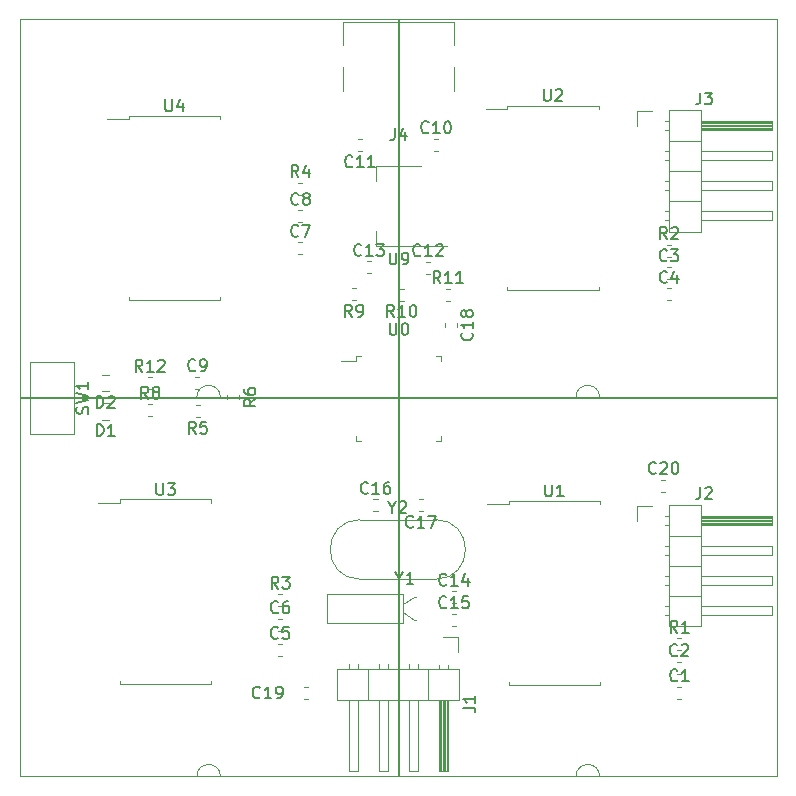
<source format=gbr>
G04 #@! TF.GenerationSoftware,KiCad,Pcbnew,5.1.5+dfsg1-2build2*
G04 #@! TF.CreationDate,2021-09-03T17:34:20+08:00*
G04 #@! TF.ProjectId,lattice_screen,6c617474-6963-4655-9f73-637265656e2e,rev?*
G04 #@! TF.SameCoordinates,Original*
G04 #@! TF.FileFunction,Legend,Top*
G04 #@! TF.FilePolarity,Positive*
%FSLAX46Y46*%
G04 Gerber Fmt 4.6, Leading zero omitted, Abs format (unit mm)*
G04 Created by KiCad (PCBNEW 5.1.5+dfsg1-2build2) date 2021-09-03 17:34:20*
%MOMM*%
%LPD*%
G04 APERTURE LIST*
%ADD10C,0.120000*%
%ADD11C,0.150000*%
G04 APERTURE END LIST*
D10*
X151100000Y-128100000D02*
G75*
G02X153100000Y-128100000I1000000J0D01*
G01*
X136100000Y-128100000D02*
X136100000Y-96100000D01*
X168100000Y-128100000D02*
X136100000Y-128100000D01*
X168100000Y-96100000D02*
X168100000Y-128100000D01*
X136100000Y-96100000D02*
X168100000Y-96100000D01*
X119000000Y-128100000D02*
G75*
G02X121000000Y-128100000I1000000J0D01*
G01*
X104000000Y-128100000D02*
X104000000Y-96100000D01*
X136000000Y-128100000D02*
X104000000Y-128100000D01*
X136000000Y-96100000D02*
X136000000Y-128100000D01*
X104000000Y-96100000D02*
X136000000Y-96100000D01*
X151100000Y-96000000D02*
G75*
G02X153100000Y-96000000I1000000J0D01*
G01*
X136100000Y-96000000D02*
X136100000Y-64000000D01*
X168100000Y-96000000D02*
X136100000Y-96000000D01*
X168100000Y-64000000D02*
X168100000Y-96000000D01*
X136100000Y-64000000D02*
X168100000Y-64000000D01*
X119000000Y-96000000D02*
G75*
G02X121000000Y-96000000I1000000J0D01*
G01*
X104000000Y-96000000D02*
X104000000Y-64000000D01*
X136000000Y-96000000D02*
X104000000Y-96000000D01*
X136000000Y-64000000D02*
X136000000Y-96000000D01*
X104000000Y-64000000D02*
X136000000Y-64000000D01*
X156286200Y-71755000D02*
X157556200Y-71755000D01*
X156286200Y-73025000D02*
X156286200Y-71755000D01*
X158599129Y-81025000D02*
X158996200Y-81025000D01*
X158599129Y-80265000D02*
X158996200Y-80265000D01*
X167656200Y-81025000D02*
X161656200Y-81025000D01*
X167656200Y-80265000D02*
X167656200Y-81025000D01*
X161656200Y-80265000D02*
X167656200Y-80265000D01*
X158996200Y-79375000D02*
X161656200Y-79375000D01*
X158599129Y-78485000D02*
X158996200Y-78485000D01*
X158599129Y-77725000D02*
X158996200Y-77725000D01*
X167656200Y-78485000D02*
X161656200Y-78485000D01*
X167656200Y-77725000D02*
X167656200Y-78485000D01*
X161656200Y-77725000D02*
X167656200Y-77725000D01*
X158996200Y-76835000D02*
X161656200Y-76835000D01*
X158599129Y-75945000D02*
X158996200Y-75945000D01*
X158599129Y-75185000D02*
X158996200Y-75185000D01*
X167656200Y-75945000D02*
X161656200Y-75945000D01*
X167656200Y-75185000D02*
X167656200Y-75945000D01*
X161656200Y-75185000D02*
X167656200Y-75185000D01*
X158996200Y-74295000D02*
X161656200Y-74295000D01*
X158666200Y-73405000D02*
X158996200Y-73405000D01*
X158666200Y-72645000D02*
X158996200Y-72645000D01*
X161656200Y-73305000D02*
X167656200Y-73305000D01*
X161656200Y-73185000D02*
X167656200Y-73185000D01*
X161656200Y-73065000D02*
X167656200Y-73065000D01*
X161656200Y-72945000D02*
X167656200Y-72945000D01*
X161656200Y-72825000D02*
X167656200Y-72825000D01*
X161656200Y-72705000D02*
X167656200Y-72705000D01*
X167656200Y-73405000D02*
X161656200Y-73405000D01*
X167656200Y-72645000D02*
X167656200Y-73405000D01*
X161656200Y-72645000D02*
X167656200Y-72645000D01*
X161656200Y-71695000D02*
X158996200Y-71695000D01*
X161656200Y-81975000D02*
X161656200Y-71695000D01*
X158996200Y-81975000D02*
X161656200Y-81975000D01*
X158996200Y-71695000D02*
X158996200Y-81975000D01*
X159682333Y-121541000D02*
X160024867Y-121541000D01*
X159682333Y-120521000D02*
X160024867Y-120521000D01*
X159659533Y-119407400D02*
X160002067Y-119407400D01*
X159659533Y-118387400D02*
X160002067Y-118387400D01*
X158795933Y-84961000D02*
X159138467Y-84961000D01*
X158795933Y-85981000D02*
X159138467Y-85981000D01*
X158795933Y-87809800D02*
X159138467Y-87809800D01*
X158795933Y-86789800D02*
X159138467Y-86789800D01*
X125852133Y-116914200D02*
X126194667Y-116914200D01*
X125852133Y-117934200D02*
X126194667Y-117934200D01*
X125877533Y-115775200D02*
X126220067Y-115775200D01*
X125877533Y-114755200D02*
X126220067Y-114755200D01*
X127602133Y-83898200D02*
X127944667Y-83898200D01*
X127602133Y-82878200D02*
X127944667Y-82878200D01*
X127602133Y-80185800D02*
X127944667Y-80185800D01*
X127602133Y-81205800D02*
X127944667Y-81205800D01*
X118867133Y-94257400D02*
X119209667Y-94257400D01*
X118867133Y-95277400D02*
X119209667Y-95277400D01*
X139085533Y-75135200D02*
X139428067Y-75135200D01*
X139085533Y-74115200D02*
X139428067Y-74115200D01*
X132973867Y-75160600D02*
X132631333Y-75160600D01*
X132973867Y-74140600D02*
X132631333Y-74140600D01*
X138399733Y-85549200D02*
X138742267Y-85549200D01*
X138399733Y-84529200D02*
X138742267Y-84529200D01*
X133395933Y-84503800D02*
X133738467Y-84503800D01*
X133395933Y-85523800D02*
X133738467Y-85523800D01*
X140606933Y-112418400D02*
X140949467Y-112418400D01*
X140606933Y-113438400D02*
X140949467Y-113438400D01*
X140606933Y-114323400D02*
X140949467Y-114323400D01*
X140606933Y-115343400D02*
X140949467Y-115343400D01*
X133954733Y-104646000D02*
X134297267Y-104646000D01*
X133954733Y-105666000D02*
X134297267Y-105666000D01*
X138132667Y-105666000D02*
X137790133Y-105666000D01*
X138132667Y-104646000D02*
X137790133Y-104646000D01*
X140997400Y-89733333D02*
X140997400Y-90075867D01*
X139977400Y-89733333D02*
X139977400Y-90075867D01*
X128429867Y-120546400D02*
X128087333Y-120546400D01*
X128429867Y-121566400D02*
X128087333Y-121566400D01*
X158336133Y-103989600D02*
X158678667Y-103989600D01*
X158336133Y-102969600D02*
X158678667Y-102969600D01*
X111529652Y-97890400D02*
X111007148Y-97890400D01*
X111529652Y-96470400D02*
X111007148Y-96470400D01*
X111522252Y-94082800D02*
X110999748Y-94082800D01*
X111522252Y-95502800D02*
X110999748Y-95502800D01*
X141182400Y-119016600D02*
X130902400Y-119016600D01*
X130902400Y-119016600D02*
X130902400Y-121676600D01*
X130902400Y-121676600D02*
X141182400Y-121676600D01*
X141182400Y-121676600D02*
X141182400Y-119016600D01*
X140232400Y-121676600D02*
X140232400Y-127676600D01*
X140232400Y-127676600D02*
X139472400Y-127676600D01*
X139472400Y-127676600D02*
X139472400Y-121676600D01*
X140172400Y-121676600D02*
X140172400Y-127676600D01*
X140052400Y-121676600D02*
X140052400Y-127676600D01*
X139932400Y-121676600D02*
X139932400Y-127676600D01*
X139812400Y-121676600D02*
X139812400Y-127676600D01*
X139692400Y-121676600D02*
X139692400Y-127676600D01*
X139572400Y-121676600D02*
X139572400Y-127676600D01*
X140232400Y-118686600D02*
X140232400Y-119016600D01*
X139472400Y-118686600D02*
X139472400Y-119016600D01*
X138582400Y-119016600D02*
X138582400Y-121676600D01*
X137692400Y-121676600D02*
X137692400Y-127676600D01*
X137692400Y-127676600D02*
X136932400Y-127676600D01*
X136932400Y-127676600D02*
X136932400Y-121676600D01*
X137692400Y-118619529D02*
X137692400Y-119016600D01*
X136932400Y-118619529D02*
X136932400Y-119016600D01*
X136042400Y-119016600D02*
X136042400Y-121676600D01*
X135152400Y-121676600D02*
X135152400Y-127676600D01*
X135152400Y-127676600D02*
X134392400Y-127676600D01*
X134392400Y-127676600D02*
X134392400Y-121676600D01*
X135152400Y-118619529D02*
X135152400Y-119016600D01*
X134392400Y-118619529D02*
X134392400Y-119016600D01*
X133502400Y-119016600D02*
X133502400Y-121676600D01*
X132612400Y-121676600D02*
X132612400Y-127676600D01*
X132612400Y-127676600D02*
X131852400Y-127676600D01*
X131852400Y-127676600D02*
X131852400Y-121676600D01*
X132612400Y-118619529D02*
X132612400Y-119016600D01*
X131852400Y-118619529D02*
X131852400Y-119016600D01*
X139852400Y-116306600D02*
X141122400Y-116306600D01*
X141122400Y-116306600D02*
X141122400Y-117576600D01*
X158996200Y-105121400D02*
X158996200Y-115401400D01*
X158996200Y-115401400D02*
X161656200Y-115401400D01*
X161656200Y-115401400D02*
X161656200Y-105121400D01*
X161656200Y-105121400D02*
X158996200Y-105121400D01*
X161656200Y-106071400D02*
X167656200Y-106071400D01*
X167656200Y-106071400D02*
X167656200Y-106831400D01*
X167656200Y-106831400D02*
X161656200Y-106831400D01*
X161656200Y-106131400D02*
X167656200Y-106131400D01*
X161656200Y-106251400D02*
X167656200Y-106251400D01*
X161656200Y-106371400D02*
X167656200Y-106371400D01*
X161656200Y-106491400D02*
X167656200Y-106491400D01*
X161656200Y-106611400D02*
X167656200Y-106611400D01*
X161656200Y-106731400D02*
X167656200Y-106731400D01*
X158666200Y-106071400D02*
X158996200Y-106071400D01*
X158666200Y-106831400D02*
X158996200Y-106831400D01*
X158996200Y-107721400D02*
X161656200Y-107721400D01*
X161656200Y-108611400D02*
X167656200Y-108611400D01*
X167656200Y-108611400D02*
X167656200Y-109371400D01*
X167656200Y-109371400D02*
X161656200Y-109371400D01*
X158599129Y-108611400D02*
X158996200Y-108611400D01*
X158599129Y-109371400D02*
X158996200Y-109371400D01*
X158996200Y-110261400D02*
X161656200Y-110261400D01*
X161656200Y-111151400D02*
X167656200Y-111151400D01*
X167656200Y-111151400D02*
X167656200Y-111911400D01*
X167656200Y-111911400D02*
X161656200Y-111911400D01*
X158599129Y-111151400D02*
X158996200Y-111151400D01*
X158599129Y-111911400D02*
X158996200Y-111911400D01*
X158996200Y-112801400D02*
X161656200Y-112801400D01*
X161656200Y-113691400D02*
X167656200Y-113691400D01*
X167656200Y-113691400D02*
X167656200Y-114451400D01*
X167656200Y-114451400D02*
X161656200Y-114451400D01*
X158599129Y-113691400D02*
X158996200Y-113691400D01*
X158599129Y-114451400D02*
X158996200Y-114451400D01*
X156286200Y-106451400D02*
X156286200Y-105181400D01*
X156286200Y-105181400D02*
X157556200Y-105181400D01*
X140793200Y-66148200D02*
X140793200Y-64248200D01*
X140793200Y-70048200D02*
X140793200Y-68048200D01*
X131393200Y-66148200D02*
X131393200Y-64248200D01*
X131393200Y-70048200D02*
X131393200Y-68048200D01*
X140793200Y-64248200D02*
X131393200Y-64248200D01*
X159682333Y-117426200D02*
X160024867Y-117426200D01*
X159682333Y-116406200D02*
X160024867Y-116406200D01*
X158795933Y-84101400D02*
X159138467Y-84101400D01*
X158795933Y-83081400D02*
X159138467Y-83081400D01*
X125902933Y-113692400D02*
X126245467Y-113692400D01*
X125902933Y-112672400D02*
X126245467Y-112672400D01*
X127602133Y-77823600D02*
X127944667Y-77823600D01*
X127602133Y-78843600D02*
X127944667Y-78843600D01*
X119246467Y-96695800D02*
X118903933Y-96695800D01*
X119246467Y-97715800D02*
X118903933Y-97715800D01*
X122582400Y-95826733D02*
X122582400Y-96169267D01*
X121562400Y-95826733D02*
X121562400Y-96169267D01*
X114876733Y-96594200D02*
X115219267Y-96594200D01*
X114876733Y-97614200D02*
X115219267Y-97614200D01*
X132468467Y-87809800D02*
X132125933Y-87809800D01*
X132468467Y-86789800D02*
X132125933Y-86789800D01*
X136504467Y-86815200D02*
X136161933Y-86815200D01*
X136504467Y-87835200D02*
X136161933Y-87835200D01*
X140098933Y-87835200D02*
X140441467Y-87835200D01*
X140098933Y-86815200D02*
X140441467Y-86815200D01*
X114851333Y-94308200D02*
X115193867Y-94308200D01*
X114851333Y-95328200D02*
X115193867Y-95328200D01*
X104906200Y-93002800D02*
X108606200Y-93002800D01*
X104906200Y-99122800D02*
X104906200Y-93002800D01*
X108606200Y-99122800D02*
X104906200Y-99122800D01*
X108606200Y-93002800D02*
X108606200Y-99122800D01*
X139253200Y-99723600D02*
X139703200Y-99723600D01*
X139703200Y-99723600D02*
X139703200Y-99273600D01*
X132933200Y-99723600D02*
X132483200Y-99723600D01*
X132483200Y-99723600D02*
X132483200Y-99273600D01*
X139253200Y-92503600D02*
X139703200Y-92503600D01*
X139703200Y-92503600D02*
X139703200Y-92953600D01*
X132933200Y-92503600D02*
X132483200Y-92503600D01*
X132483200Y-92503600D02*
X132483200Y-92953600D01*
X132483200Y-92953600D02*
X131193200Y-92953600D01*
X149250400Y-120408200D02*
X153110400Y-120408200D01*
X153110400Y-120408200D02*
X153110400Y-120143200D01*
X149250400Y-120408200D02*
X145390400Y-120408200D01*
X145390400Y-120408200D02*
X145390400Y-120143200D01*
X149250400Y-104788200D02*
X153110400Y-104788200D01*
X153110400Y-104788200D02*
X153110400Y-105053200D01*
X149250400Y-104788200D02*
X145390400Y-104788200D01*
X145390400Y-104788200D02*
X145390400Y-105053200D01*
X145390400Y-105053200D02*
X143575400Y-105053200D01*
X145288800Y-71576000D02*
X143473800Y-71576000D01*
X145288800Y-71311000D02*
X145288800Y-71576000D01*
X149148800Y-71311000D02*
X145288800Y-71311000D01*
X153008800Y-71311000D02*
X153008800Y-71576000D01*
X149148800Y-71311000D02*
X153008800Y-71311000D01*
X145288800Y-86931000D02*
X145288800Y-86666000D01*
X149148800Y-86931000D02*
X145288800Y-86931000D01*
X153008800Y-86931000D02*
X153008800Y-86666000D01*
X149148800Y-86931000D02*
X153008800Y-86931000D01*
X112472000Y-104926200D02*
X110657000Y-104926200D01*
X112472000Y-104661200D02*
X112472000Y-104926200D01*
X116332000Y-104661200D02*
X112472000Y-104661200D01*
X120192000Y-104661200D02*
X120192000Y-104926200D01*
X116332000Y-104661200D02*
X120192000Y-104661200D01*
X112472000Y-120281200D02*
X112472000Y-120016200D01*
X116332000Y-120281200D02*
X112472000Y-120281200D01*
X120192000Y-120281200D02*
X120192000Y-120016200D01*
X116332000Y-120281200D02*
X120192000Y-120281200D01*
X117094000Y-87794600D02*
X120954000Y-87794600D01*
X120954000Y-87794600D02*
X120954000Y-87529600D01*
X117094000Y-87794600D02*
X113234000Y-87794600D01*
X113234000Y-87794600D02*
X113234000Y-87529600D01*
X117094000Y-72174600D02*
X120954000Y-72174600D01*
X120954000Y-72174600D02*
X120954000Y-72439600D01*
X117094000Y-72174600D02*
X113234000Y-72174600D01*
X113234000Y-72174600D02*
X113234000Y-72439600D01*
X113234000Y-72439600D02*
X111419000Y-72439600D01*
X134183200Y-76396800D02*
X134183200Y-77656800D01*
X134183200Y-83216800D02*
X134183200Y-81956800D01*
X137943200Y-76396800D02*
X134183200Y-76396800D01*
X140193200Y-83216800D02*
X134183200Y-83216800D01*
X136452200Y-112678400D02*
X130052200Y-112678400D01*
X130052200Y-112678400D02*
X130052200Y-115078400D01*
X130052200Y-115078400D02*
X136452200Y-115078400D01*
X136452200Y-115078400D02*
X136452200Y-112678400D01*
X136452200Y-113528400D02*
X137352200Y-112928400D01*
X137352200Y-112928400D02*
X137552200Y-112928400D01*
X136452200Y-114228400D02*
X137352200Y-114828400D01*
X137352200Y-114828400D02*
X137552200Y-114828400D01*
X132818600Y-106364800D02*
X139218600Y-106364800D01*
X132818600Y-111414800D02*
X139218600Y-111414800D01*
X132818600Y-111414800D02*
G75*
G02X132818600Y-106364800I0J2525000D01*
G01*
X139218600Y-111414800D02*
G75*
G03X139218600Y-106364800I0J2525000D01*
G01*
D11*
X161607866Y-70207380D02*
X161607866Y-70921666D01*
X161560247Y-71064523D01*
X161465009Y-71159761D01*
X161322152Y-71207380D01*
X161226914Y-71207380D01*
X161988819Y-70207380D02*
X162607866Y-70207380D01*
X162274533Y-70588333D01*
X162417390Y-70588333D01*
X162512628Y-70635952D01*
X162560247Y-70683571D01*
X162607866Y-70778809D01*
X162607866Y-71016904D01*
X162560247Y-71112142D01*
X162512628Y-71159761D01*
X162417390Y-71207380D01*
X162131676Y-71207380D01*
X162036438Y-71159761D01*
X161988819Y-71112142D01*
X159686933Y-119958142D02*
X159639314Y-120005761D01*
X159496457Y-120053380D01*
X159401219Y-120053380D01*
X159258361Y-120005761D01*
X159163123Y-119910523D01*
X159115504Y-119815285D01*
X159067885Y-119624809D01*
X159067885Y-119481952D01*
X159115504Y-119291476D01*
X159163123Y-119196238D01*
X159258361Y-119101000D01*
X159401219Y-119053380D01*
X159496457Y-119053380D01*
X159639314Y-119101000D01*
X159686933Y-119148619D01*
X160639314Y-120053380D02*
X160067885Y-120053380D01*
X160353600Y-120053380D02*
X160353600Y-119053380D01*
X160258361Y-119196238D01*
X160163123Y-119291476D01*
X160067885Y-119339095D01*
X159664133Y-117824542D02*
X159616514Y-117872161D01*
X159473657Y-117919780D01*
X159378419Y-117919780D01*
X159235561Y-117872161D01*
X159140323Y-117776923D01*
X159092704Y-117681685D01*
X159045085Y-117491209D01*
X159045085Y-117348352D01*
X159092704Y-117157876D01*
X159140323Y-117062638D01*
X159235561Y-116967400D01*
X159378419Y-116919780D01*
X159473657Y-116919780D01*
X159616514Y-116967400D01*
X159664133Y-117015019D01*
X160045085Y-117015019D02*
X160092704Y-116967400D01*
X160187942Y-116919780D01*
X160426038Y-116919780D01*
X160521276Y-116967400D01*
X160568895Y-117015019D01*
X160616514Y-117110257D01*
X160616514Y-117205495D01*
X160568895Y-117348352D01*
X159997466Y-117919780D01*
X160616514Y-117919780D01*
X158800533Y-84398142D02*
X158752914Y-84445761D01*
X158610057Y-84493380D01*
X158514819Y-84493380D01*
X158371961Y-84445761D01*
X158276723Y-84350523D01*
X158229104Y-84255285D01*
X158181485Y-84064809D01*
X158181485Y-83921952D01*
X158229104Y-83731476D01*
X158276723Y-83636238D01*
X158371961Y-83541000D01*
X158514819Y-83493380D01*
X158610057Y-83493380D01*
X158752914Y-83541000D01*
X158800533Y-83588619D01*
X159133866Y-83493380D02*
X159752914Y-83493380D01*
X159419580Y-83874333D01*
X159562438Y-83874333D01*
X159657676Y-83921952D01*
X159705295Y-83969571D01*
X159752914Y-84064809D01*
X159752914Y-84302904D01*
X159705295Y-84398142D01*
X159657676Y-84445761D01*
X159562438Y-84493380D01*
X159276723Y-84493380D01*
X159181485Y-84445761D01*
X159133866Y-84398142D01*
X158800533Y-86226942D02*
X158752914Y-86274561D01*
X158610057Y-86322180D01*
X158514819Y-86322180D01*
X158371961Y-86274561D01*
X158276723Y-86179323D01*
X158229104Y-86084085D01*
X158181485Y-85893609D01*
X158181485Y-85750752D01*
X158229104Y-85560276D01*
X158276723Y-85465038D01*
X158371961Y-85369800D01*
X158514819Y-85322180D01*
X158610057Y-85322180D01*
X158752914Y-85369800D01*
X158800533Y-85417419D01*
X159657676Y-85655514D02*
X159657676Y-86322180D01*
X159419580Y-85274561D02*
X159181485Y-85988847D01*
X159800533Y-85988847D01*
X125856733Y-116351342D02*
X125809114Y-116398961D01*
X125666257Y-116446580D01*
X125571019Y-116446580D01*
X125428161Y-116398961D01*
X125332923Y-116303723D01*
X125285304Y-116208485D01*
X125237685Y-116018009D01*
X125237685Y-115875152D01*
X125285304Y-115684676D01*
X125332923Y-115589438D01*
X125428161Y-115494200D01*
X125571019Y-115446580D01*
X125666257Y-115446580D01*
X125809114Y-115494200D01*
X125856733Y-115541819D01*
X126761495Y-115446580D02*
X126285304Y-115446580D01*
X126237685Y-115922771D01*
X126285304Y-115875152D01*
X126380542Y-115827533D01*
X126618638Y-115827533D01*
X126713876Y-115875152D01*
X126761495Y-115922771D01*
X126809114Y-116018009D01*
X126809114Y-116256104D01*
X126761495Y-116351342D01*
X126713876Y-116398961D01*
X126618638Y-116446580D01*
X126380542Y-116446580D01*
X126285304Y-116398961D01*
X126237685Y-116351342D01*
X125882133Y-114192342D02*
X125834514Y-114239961D01*
X125691657Y-114287580D01*
X125596419Y-114287580D01*
X125453561Y-114239961D01*
X125358323Y-114144723D01*
X125310704Y-114049485D01*
X125263085Y-113859009D01*
X125263085Y-113716152D01*
X125310704Y-113525676D01*
X125358323Y-113430438D01*
X125453561Y-113335200D01*
X125596419Y-113287580D01*
X125691657Y-113287580D01*
X125834514Y-113335200D01*
X125882133Y-113382819D01*
X126739276Y-113287580D02*
X126548800Y-113287580D01*
X126453561Y-113335200D01*
X126405942Y-113382819D01*
X126310704Y-113525676D01*
X126263085Y-113716152D01*
X126263085Y-114097104D01*
X126310704Y-114192342D01*
X126358323Y-114239961D01*
X126453561Y-114287580D01*
X126644038Y-114287580D01*
X126739276Y-114239961D01*
X126786895Y-114192342D01*
X126834514Y-114097104D01*
X126834514Y-113859009D01*
X126786895Y-113763771D01*
X126739276Y-113716152D01*
X126644038Y-113668533D01*
X126453561Y-113668533D01*
X126358323Y-113716152D01*
X126310704Y-113763771D01*
X126263085Y-113859009D01*
X127606733Y-82315342D02*
X127559114Y-82362961D01*
X127416257Y-82410580D01*
X127321019Y-82410580D01*
X127178161Y-82362961D01*
X127082923Y-82267723D01*
X127035304Y-82172485D01*
X126987685Y-81982009D01*
X126987685Y-81839152D01*
X127035304Y-81648676D01*
X127082923Y-81553438D01*
X127178161Y-81458200D01*
X127321019Y-81410580D01*
X127416257Y-81410580D01*
X127559114Y-81458200D01*
X127606733Y-81505819D01*
X127940066Y-81410580D02*
X128606733Y-81410580D01*
X128178161Y-82410580D01*
X127606733Y-79622942D02*
X127559114Y-79670561D01*
X127416257Y-79718180D01*
X127321019Y-79718180D01*
X127178161Y-79670561D01*
X127082923Y-79575323D01*
X127035304Y-79480085D01*
X126987685Y-79289609D01*
X126987685Y-79146752D01*
X127035304Y-78956276D01*
X127082923Y-78861038D01*
X127178161Y-78765800D01*
X127321019Y-78718180D01*
X127416257Y-78718180D01*
X127559114Y-78765800D01*
X127606733Y-78813419D01*
X128178161Y-79146752D02*
X128082923Y-79099133D01*
X128035304Y-79051514D01*
X127987685Y-78956276D01*
X127987685Y-78908657D01*
X128035304Y-78813419D01*
X128082923Y-78765800D01*
X128178161Y-78718180D01*
X128368638Y-78718180D01*
X128463876Y-78765800D01*
X128511495Y-78813419D01*
X128559114Y-78908657D01*
X128559114Y-78956276D01*
X128511495Y-79051514D01*
X128463876Y-79099133D01*
X128368638Y-79146752D01*
X128178161Y-79146752D01*
X128082923Y-79194371D01*
X128035304Y-79241990D01*
X127987685Y-79337228D01*
X127987685Y-79527704D01*
X128035304Y-79622942D01*
X128082923Y-79670561D01*
X128178161Y-79718180D01*
X128368638Y-79718180D01*
X128463876Y-79670561D01*
X128511495Y-79622942D01*
X128559114Y-79527704D01*
X128559114Y-79337228D01*
X128511495Y-79241990D01*
X128463876Y-79194371D01*
X128368638Y-79146752D01*
X118871733Y-93694542D02*
X118824114Y-93742161D01*
X118681257Y-93789780D01*
X118586019Y-93789780D01*
X118443161Y-93742161D01*
X118347923Y-93646923D01*
X118300304Y-93551685D01*
X118252685Y-93361209D01*
X118252685Y-93218352D01*
X118300304Y-93027876D01*
X118347923Y-92932638D01*
X118443161Y-92837400D01*
X118586019Y-92789780D01*
X118681257Y-92789780D01*
X118824114Y-92837400D01*
X118871733Y-92885019D01*
X119347923Y-93789780D02*
X119538400Y-93789780D01*
X119633638Y-93742161D01*
X119681257Y-93694542D01*
X119776495Y-93551685D01*
X119824114Y-93361209D01*
X119824114Y-92980257D01*
X119776495Y-92885019D01*
X119728876Y-92837400D01*
X119633638Y-92789780D01*
X119443161Y-92789780D01*
X119347923Y-92837400D01*
X119300304Y-92885019D01*
X119252685Y-92980257D01*
X119252685Y-93218352D01*
X119300304Y-93313590D01*
X119347923Y-93361209D01*
X119443161Y-93408828D01*
X119633638Y-93408828D01*
X119728876Y-93361209D01*
X119776495Y-93313590D01*
X119824114Y-93218352D01*
X138613942Y-73552342D02*
X138566323Y-73599961D01*
X138423466Y-73647580D01*
X138328228Y-73647580D01*
X138185371Y-73599961D01*
X138090133Y-73504723D01*
X138042514Y-73409485D01*
X137994895Y-73219009D01*
X137994895Y-73076152D01*
X138042514Y-72885676D01*
X138090133Y-72790438D01*
X138185371Y-72695200D01*
X138328228Y-72647580D01*
X138423466Y-72647580D01*
X138566323Y-72695200D01*
X138613942Y-72742819D01*
X139566323Y-73647580D02*
X138994895Y-73647580D01*
X139280609Y-73647580D02*
X139280609Y-72647580D01*
X139185371Y-72790438D01*
X139090133Y-72885676D01*
X138994895Y-72933295D01*
X140185371Y-72647580D02*
X140280609Y-72647580D01*
X140375847Y-72695200D01*
X140423466Y-72742819D01*
X140471085Y-72838057D01*
X140518704Y-73028533D01*
X140518704Y-73266628D01*
X140471085Y-73457104D01*
X140423466Y-73552342D01*
X140375847Y-73599961D01*
X140280609Y-73647580D01*
X140185371Y-73647580D01*
X140090133Y-73599961D01*
X140042514Y-73552342D01*
X139994895Y-73457104D01*
X139947276Y-73266628D01*
X139947276Y-73028533D01*
X139994895Y-72838057D01*
X140042514Y-72742819D01*
X140090133Y-72695200D01*
X140185371Y-72647580D01*
X132159742Y-76437742D02*
X132112123Y-76485361D01*
X131969266Y-76532980D01*
X131874028Y-76532980D01*
X131731171Y-76485361D01*
X131635933Y-76390123D01*
X131588314Y-76294885D01*
X131540695Y-76104409D01*
X131540695Y-75961552D01*
X131588314Y-75771076D01*
X131635933Y-75675838D01*
X131731171Y-75580600D01*
X131874028Y-75532980D01*
X131969266Y-75532980D01*
X132112123Y-75580600D01*
X132159742Y-75628219D01*
X133112123Y-76532980D02*
X132540695Y-76532980D01*
X132826409Y-76532980D02*
X132826409Y-75532980D01*
X132731171Y-75675838D01*
X132635933Y-75771076D01*
X132540695Y-75818695D01*
X134064504Y-76532980D02*
X133493076Y-76532980D01*
X133778790Y-76532980D02*
X133778790Y-75532980D01*
X133683552Y-75675838D01*
X133588314Y-75771076D01*
X133493076Y-75818695D01*
X137928142Y-83966342D02*
X137880523Y-84013961D01*
X137737666Y-84061580D01*
X137642428Y-84061580D01*
X137499571Y-84013961D01*
X137404333Y-83918723D01*
X137356714Y-83823485D01*
X137309095Y-83633009D01*
X137309095Y-83490152D01*
X137356714Y-83299676D01*
X137404333Y-83204438D01*
X137499571Y-83109200D01*
X137642428Y-83061580D01*
X137737666Y-83061580D01*
X137880523Y-83109200D01*
X137928142Y-83156819D01*
X138880523Y-84061580D02*
X138309095Y-84061580D01*
X138594809Y-84061580D02*
X138594809Y-83061580D01*
X138499571Y-83204438D01*
X138404333Y-83299676D01*
X138309095Y-83347295D01*
X139261476Y-83156819D02*
X139309095Y-83109200D01*
X139404333Y-83061580D01*
X139642428Y-83061580D01*
X139737666Y-83109200D01*
X139785285Y-83156819D01*
X139832904Y-83252057D01*
X139832904Y-83347295D01*
X139785285Y-83490152D01*
X139213857Y-84061580D01*
X139832904Y-84061580D01*
X132924342Y-83940942D02*
X132876723Y-83988561D01*
X132733866Y-84036180D01*
X132638628Y-84036180D01*
X132495771Y-83988561D01*
X132400533Y-83893323D01*
X132352914Y-83798085D01*
X132305295Y-83607609D01*
X132305295Y-83464752D01*
X132352914Y-83274276D01*
X132400533Y-83179038D01*
X132495771Y-83083800D01*
X132638628Y-83036180D01*
X132733866Y-83036180D01*
X132876723Y-83083800D01*
X132924342Y-83131419D01*
X133876723Y-84036180D02*
X133305295Y-84036180D01*
X133591009Y-84036180D02*
X133591009Y-83036180D01*
X133495771Y-83179038D01*
X133400533Y-83274276D01*
X133305295Y-83321895D01*
X134210057Y-83036180D02*
X134829104Y-83036180D01*
X134495771Y-83417133D01*
X134638628Y-83417133D01*
X134733866Y-83464752D01*
X134781485Y-83512371D01*
X134829104Y-83607609D01*
X134829104Y-83845704D01*
X134781485Y-83940942D01*
X134733866Y-83988561D01*
X134638628Y-84036180D01*
X134352914Y-84036180D01*
X134257676Y-83988561D01*
X134210057Y-83940942D01*
X140135342Y-111855542D02*
X140087723Y-111903161D01*
X139944866Y-111950780D01*
X139849628Y-111950780D01*
X139706771Y-111903161D01*
X139611533Y-111807923D01*
X139563914Y-111712685D01*
X139516295Y-111522209D01*
X139516295Y-111379352D01*
X139563914Y-111188876D01*
X139611533Y-111093638D01*
X139706771Y-110998400D01*
X139849628Y-110950780D01*
X139944866Y-110950780D01*
X140087723Y-110998400D01*
X140135342Y-111046019D01*
X141087723Y-111950780D02*
X140516295Y-111950780D01*
X140802009Y-111950780D02*
X140802009Y-110950780D01*
X140706771Y-111093638D01*
X140611533Y-111188876D01*
X140516295Y-111236495D01*
X141944866Y-111284114D02*
X141944866Y-111950780D01*
X141706771Y-110903161D02*
X141468676Y-111617447D01*
X142087723Y-111617447D01*
X140135342Y-113760542D02*
X140087723Y-113808161D01*
X139944866Y-113855780D01*
X139849628Y-113855780D01*
X139706771Y-113808161D01*
X139611533Y-113712923D01*
X139563914Y-113617685D01*
X139516295Y-113427209D01*
X139516295Y-113284352D01*
X139563914Y-113093876D01*
X139611533Y-112998638D01*
X139706771Y-112903400D01*
X139849628Y-112855780D01*
X139944866Y-112855780D01*
X140087723Y-112903400D01*
X140135342Y-112951019D01*
X141087723Y-113855780D02*
X140516295Y-113855780D01*
X140802009Y-113855780D02*
X140802009Y-112855780D01*
X140706771Y-112998638D01*
X140611533Y-113093876D01*
X140516295Y-113141495D01*
X141992485Y-112855780D02*
X141516295Y-112855780D01*
X141468676Y-113331971D01*
X141516295Y-113284352D01*
X141611533Y-113236733D01*
X141849628Y-113236733D01*
X141944866Y-113284352D01*
X141992485Y-113331971D01*
X142040104Y-113427209D01*
X142040104Y-113665304D01*
X141992485Y-113760542D01*
X141944866Y-113808161D01*
X141849628Y-113855780D01*
X141611533Y-113855780D01*
X141516295Y-113808161D01*
X141468676Y-113760542D01*
X133483142Y-104083142D02*
X133435523Y-104130761D01*
X133292666Y-104178380D01*
X133197428Y-104178380D01*
X133054571Y-104130761D01*
X132959333Y-104035523D01*
X132911714Y-103940285D01*
X132864095Y-103749809D01*
X132864095Y-103606952D01*
X132911714Y-103416476D01*
X132959333Y-103321238D01*
X133054571Y-103226000D01*
X133197428Y-103178380D01*
X133292666Y-103178380D01*
X133435523Y-103226000D01*
X133483142Y-103273619D01*
X134435523Y-104178380D02*
X133864095Y-104178380D01*
X134149809Y-104178380D02*
X134149809Y-103178380D01*
X134054571Y-103321238D01*
X133959333Y-103416476D01*
X133864095Y-103464095D01*
X135292666Y-103178380D02*
X135102190Y-103178380D01*
X135006952Y-103226000D01*
X134959333Y-103273619D01*
X134864095Y-103416476D01*
X134816476Y-103606952D01*
X134816476Y-103987904D01*
X134864095Y-104083142D01*
X134911714Y-104130761D01*
X135006952Y-104178380D01*
X135197428Y-104178380D01*
X135292666Y-104130761D01*
X135340285Y-104083142D01*
X135387904Y-103987904D01*
X135387904Y-103749809D01*
X135340285Y-103654571D01*
X135292666Y-103606952D01*
X135197428Y-103559333D01*
X135006952Y-103559333D01*
X134911714Y-103606952D01*
X134864095Y-103654571D01*
X134816476Y-103749809D01*
X137318542Y-106943142D02*
X137270923Y-106990761D01*
X137128066Y-107038380D01*
X137032828Y-107038380D01*
X136889971Y-106990761D01*
X136794733Y-106895523D01*
X136747114Y-106800285D01*
X136699495Y-106609809D01*
X136699495Y-106466952D01*
X136747114Y-106276476D01*
X136794733Y-106181238D01*
X136889971Y-106086000D01*
X137032828Y-106038380D01*
X137128066Y-106038380D01*
X137270923Y-106086000D01*
X137318542Y-106133619D01*
X138270923Y-107038380D02*
X137699495Y-107038380D01*
X137985209Y-107038380D02*
X137985209Y-106038380D01*
X137889971Y-106181238D01*
X137794733Y-106276476D01*
X137699495Y-106324095D01*
X138604257Y-106038380D02*
X139270923Y-106038380D01*
X138842352Y-107038380D01*
X142274542Y-90547457D02*
X142322161Y-90595076D01*
X142369780Y-90737933D01*
X142369780Y-90833171D01*
X142322161Y-90976028D01*
X142226923Y-91071266D01*
X142131685Y-91118885D01*
X141941209Y-91166504D01*
X141798352Y-91166504D01*
X141607876Y-91118885D01*
X141512638Y-91071266D01*
X141417400Y-90976028D01*
X141369780Y-90833171D01*
X141369780Y-90737933D01*
X141417400Y-90595076D01*
X141465019Y-90547457D01*
X142369780Y-89595076D02*
X142369780Y-90166504D01*
X142369780Y-89880790D02*
X141369780Y-89880790D01*
X141512638Y-89976028D01*
X141607876Y-90071266D01*
X141655495Y-90166504D01*
X141798352Y-89023647D02*
X141750733Y-89118885D01*
X141703114Y-89166504D01*
X141607876Y-89214123D01*
X141560257Y-89214123D01*
X141465019Y-89166504D01*
X141417400Y-89118885D01*
X141369780Y-89023647D01*
X141369780Y-88833171D01*
X141417400Y-88737933D01*
X141465019Y-88690314D01*
X141560257Y-88642695D01*
X141607876Y-88642695D01*
X141703114Y-88690314D01*
X141750733Y-88737933D01*
X141798352Y-88833171D01*
X141798352Y-89023647D01*
X141845971Y-89118885D01*
X141893590Y-89166504D01*
X141988828Y-89214123D01*
X142179304Y-89214123D01*
X142274542Y-89166504D01*
X142322161Y-89118885D01*
X142369780Y-89023647D01*
X142369780Y-88833171D01*
X142322161Y-88737933D01*
X142274542Y-88690314D01*
X142179304Y-88642695D01*
X141988828Y-88642695D01*
X141893590Y-88690314D01*
X141845971Y-88737933D01*
X141798352Y-88833171D01*
X124350542Y-121413542D02*
X124302923Y-121461161D01*
X124160066Y-121508780D01*
X124064828Y-121508780D01*
X123921971Y-121461161D01*
X123826733Y-121365923D01*
X123779114Y-121270685D01*
X123731495Y-121080209D01*
X123731495Y-120937352D01*
X123779114Y-120746876D01*
X123826733Y-120651638D01*
X123921971Y-120556400D01*
X124064828Y-120508780D01*
X124160066Y-120508780D01*
X124302923Y-120556400D01*
X124350542Y-120604019D01*
X125302923Y-121508780D02*
X124731495Y-121508780D01*
X125017209Y-121508780D02*
X125017209Y-120508780D01*
X124921971Y-120651638D01*
X124826733Y-120746876D01*
X124731495Y-120794495D01*
X125779114Y-121508780D02*
X125969590Y-121508780D01*
X126064828Y-121461161D01*
X126112447Y-121413542D01*
X126207685Y-121270685D01*
X126255304Y-121080209D01*
X126255304Y-120699257D01*
X126207685Y-120604019D01*
X126160066Y-120556400D01*
X126064828Y-120508780D01*
X125874352Y-120508780D01*
X125779114Y-120556400D01*
X125731495Y-120604019D01*
X125683876Y-120699257D01*
X125683876Y-120937352D01*
X125731495Y-121032590D01*
X125779114Y-121080209D01*
X125874352Y-121127828D01*
X126064828Y-121127828D01*
X126160066Y-121080209D01*
X126207685Y-121032590D01*
X126255304Y-120937352D01*
X157864542Y-102406742D02*
X157816923Y-102454361D01*
X157674066Y-102501980D01*
X157578828Y-102501980D01*
X157435971Y-102454361D01*
X157340733Y-102359123D01*
X157293114Y-102263885D01*
X157245495Y-102073409D01*
X157245495Y-101930552D01*
X157293114Y-101740076D01*
X157340733Y-101644838D01*
X157435971Y-101549600D01*
X157578828Y-101501980D01*
X157674066Y-101501980D01*
X157816923Y-101549600D01*
X157864542Y-101597219D01*
X158245495Y-101597219D02*
X158293114Y-101549600D01*
X158388352Y-101501980D01*
X158626447Y-101501980D01*
X158721685Y-101549600D01*
X158769304Y-101597219D01*
X158816923Y-101692457D01*
X158816923Y-101787695D01*
X158769304Y-101930552D01*
X158197876Y-102501980D01*
X158816923Y-102501980D01*
X159435971Y-101501980D02*
X159531209Y-101501980D01*
X159626447Y-101549600D01*
X159674066Y-101597219D01*
X159721685Y-101692457D01*
X159769304Y-101882933D01*
X159769304Y-102121028D01*
X159721685Y-102311504D01*
X159674066Y-102406742D01*
X159626447Y-102454361D01*
X159531209Y-102501980D01*
X159435971Y-102501980D01*
X159340733Y-102454361D01*
X159293114Y-102406742D01*
X159245495Y-102311504D01*
X159197876Y-102121028D01*
X159197876Y-101882933D01*
X159245495Y-101692457D01*
X159293114Y-101597219D01*
X159340733Y-101549600D01*
X159435971Y-101501980D01*
X110530304Y-99282780D02*
X110530304Y-98282780D01*
X110768400Y-98282780D01*
X110911257Y-98330400D01*
X111006495Y-98425638D01*
X111054114Y-98520876D01*
X111101733Y-98711352D01*
X111101733Y-98854209D01*
X111054114Y-99044685D01*
X111006495Y-99139923D01*
X110911257Y-99235161D01*
X110768400Y-99282780D01*
X110530304Y-99282780D01*
X112054114Y-99282780D02*
X111482685Y-99282780D01*
X111768400Y-99282780D02*
X111768400Y-98282780D01*
X111673161Y-98425638D01*
X111577923Y-98520876D01*
X111482685Y-98568495D01*
X110522904Y-96895180D02*
X110522904Y-95895180D01*
X110761000Y-95895180D01*
X110903857Y-95942800D01*
X110999095Y-96038038D01*
X111046714Y-96133276D01*
X111094333Y-96323752D01*
X111094333Y-96466609D01*
X111046714Y-96657085D01*
X110999095Y-96752323D01*
X110903857Y-96847561D01*
X110761000Y-96895180D01*
X110522904Y-96895180D01*
X111475285Y-95990419D02*
X111522904Y-95942800D01*
X111618142Y-95895180D01*
X111856238Y-95895180D01*
X111951476Y-95942800D01*
X111999095Y-95990419D01*
X112046714Y-96085657D01*
X112046714Y-96180895D01*
X111999095Y-96323752D01*
X111427666Y-96895180D01*
X112046714Y-96895180D01*
X141574780Y-122294933D02*
X142289066Y-122294933D01*
X142431923Y-122342552D01*
X142527161Y-122437790D01*
X142574780Y-122580647D01*
X142574780Y-122675885D01*
X142574780Y-121294933D02*
X142574780Y-121866361D01*
X142574780Y-121580647D02*
X141574780Y-121580647D01*
X141717638Y-121675885D01*
X141812876Y-121771123D01*
X141860495Y-121866361D01*
X161607866Y-103633780D02*
X161607866Y-104348066D01*
X161560247Y-104490923D01*
X161465009Y-104586161D01*
X161322152Y-104633780D01*
X161226914Y-104633780D01*
X162036438Y-103729019D02*
X162084057Y-103681400D01*
X162179295Y-103633780D01*
X162417390Y-103633780D01*
X162512628Y-103681400D01*
X162560247Y-103729019D01*
X162607866Y-103824257D01*
X162607866Y-103919495D01*
X162560247Y-104062352D01*
X161988819Y-104633780D01*
X162607866Y-104633780D01*
X135759866Y-73245580D02*
X135759866Y-73959866D01*
X135712247Y-74102723D01*
X135617009Y-74197961D01*
X135474152Y-74245580D01*
X135378914Y-74245580D01*
X136664628Y-73578914D02*
X136664628Y-74245580D01*
X136426533Y-73197961D02*
X136188438Y-73912247D01*
X136807485Y-73912247D01*
X159686933Y-115938580D02*
X159353600Y-115462390D01*
X159115504Y-115938580D02*
X159115504Y-114938580D01*
X159496457Y-114938580D01*
X159591695Y-114986200D01*
X159639314Y-115033819D01*
X159686933Y-115129057D01*
X159686933Y-115271914D01*
X159639314Y-115367152D01*
X159591695Y-115414771D01*
X159496457Y-115462390D01*
X159115504Y-115462390D01*
X160639314Y-115938580D02*
X160067885Y-115938580D01*
X160353600Y-115938580D02*
X160353600Y-114938580D01*
X160258361Y-115081438D01*
X160163123Y-115176676D01*
X160067885Y-115224295D01*
X158800533Y-82613780D02*
X158467200Y-82137590D01*
X158229104Y-82613780D02*
X158229104Y-81613780D01*
X158610057Y-81613780D01*
X158705295Y-81661400D01*
X158752914Y-81709019D01*
X158800533Y-81804257D01*
X158800533Y-81947114D01*
X158752914Y-82042352D01*
X158705295Y-82089971D01*
X158610057Y-82137590D01*
X158229104Y-82137590D01*
X159181485Y-81709019D02*
X159229104Y-81661400D01*
X159324342Y-81613780D01*
X159562438Y-81613780D01*
X159657676Y-81661400D01*
X159705295Y-81709019D01*
X159752914Y-81804257D01*
X159752914Y-81899495D01*
X159705295Y-82042352D01*
X159133866Y-82613780D01*
X159752914Y-82613780D01*
X125907533Y-112204780D02*
X125574200Y-111728590D01*
X125336104Y-112204780D02*
X125336104Y-111204780D01*
X125717057Y-111204780D01*
X125812295Y-111252400D01*
X125859914Y-111300019D01*
X125907533Y-111395257D01*
X125907533Y-111538114D01*
X125859914Y-111633352D01*
X125812295Y-111680971D01*
X125717057Y-111728590D01*
X125336104Y-111728590D01*
X126240866Y-111204780D02*
X126859914Y-111204780D01*
X126526580Y-111585733D01*
X126669438Y-111585733D01*
X126764676Y-111633352D01*
X126812295Y-111680971D01*
X126859914Y-111776209D01*
X126859914Y-112014304D01*
X126812295Y-112109542D01*
X126764676Y-112157161D01*
X126669438Y-112204780D01*
X126383723Y-112204780D01*
X126288485Y-112157161D01*
X126240866Y-112109542D01*
X127606733Y-77355980D02*
X127273400Y-76879790D01*
X127035304Y-77355980D02*
X127035304Y-76355980D01*
X127416257Y-76355980D01*
X127511495Y-76403600D01*
X127559114Y-76451219D01*
X127606733Y-76546457D01*
X127606733Y-76689314D01*
X127559114Y-76784552D01*
X127511495Y-76832171D01*
X127416257Y-76879790D01*
X127035304Y-76879790D01*
X128463876Y-76689314D02*
X128463876Y-77355980D01*
X128225780Y-76308361D02*
X127987685Y-77022647D01*
X128606733Y-77022647D01*
X118908533Y-99088180D02*
X118575200Y-98611990D01*
X118337104Y-99088180D02*
X118337104Y-98088180D01*
X118718057Y-98088180D01*
X118813295Y-98135800D01*
X118860914Y-98183419D01*
X118908533Y-98278657D01*
X118908533Y-98421514D01*
X118860914Y-98516752D01*
X118813295Y-98564371D01*
X118718057Y-98611990D01*
X118337104Y-98611990D01*
X119813295Y-98088180D02*
X119337104Y-98088180D01*
X119289485Y-98564371D01*
X119337104Y-98516752D01*
X119432342Y-98469133D01*
X119670438Y-98469133D01*
X119765676Y-98516752D01*
X119813295Y-98564371D01*
X119860914Y-98659609D01*
X119860914Y-98897704D01*
X119813295Y-98992942D01*
X119765676Y-99040561D01*
X119670438Y-99088180D01*
X119432342Y-99088180D01*
X119337104Y-99040561D01*
X119289485Y-98992942D01*
X123954780Y-96164666D02*
X123478590Y-96498000D01*
X123954780Y-96736095D02*
X122954780Y-96736095D01*
X122954780Y-96355142D01*
X123002400Y-96259904D01*
X123050019Y-96212285D01*
X123145257Y-96164666D01*
X123288114Y-96164666D01*
X123383352Y-96212285D01*
X123430971Y-96259904D01*
X123478590Y-96355142D01*
X123478590Y-96736095D01*
X122954780Y-95307523D02*
X122954780Y-95498000D01*
X123002400Y-95593238D01*
X123050019Y-95640857D01*
X123192876Y-95736095D01*
X123383352Y-95783714D01*
X123764304Y-95783714D01*
X123859542Y-95736095D01*
X123907161Y-95688476D01*
X123954780Y-95593238D01*
X123954780Y-95402761D01*
X123907161Y-95307523D01*
X123859542Y-95259904D01*
X123764304Y-95212285D01*
X123526209Y-95212285D01*
X123430971Y-95259904D01*
X123383352Y-95307523D01*
X123335733Y-95402761D01*
X123335733Y-95593238D01*
X123383352Y-95688476D01*
X123430971Y-95736095D01*
X123526209Y-95783714D01*
X114881333Y-96126580D02*
X114548000Y-95650390D01*
X114309904Y-96126580D02*
X114309904Y-95126580D01*
X114690857Y-95126580D01*
X114786095Y-95174200D01*
X114833714Y-95221819D01*
X114881333Y-95317057D01*
X114881333Y-95459914D01*
X114833714Y-95555152D01*
X114786095Y-95602771D01*
X114690857Y-95650390D01*
X114309904Y-95650390D01*
X115452761Y-95555152D02*
X115357523Y-95507533D01*
X115309904Y-95459914D01*
X115262285Y-95364676D01*
X115262285Y-95317057D01*
X115309904Y-95221819D01*
X115357523Y-95174200D01*
X115452761Y-95126580D01*
X115643238Y-95126580D01*
X115738476Y-95174200D01*
X115786095Y-95221819D01*
X115833714Y-95317057D01*
X115833714Y-95364676D01*
X115786095Y-95459914D01*
X115738476Y-95507533D01*
X115643238Y-95555152D01*
X115452761Y-95555152D01*
X115357523Y-95602771D01*
X115309904Y-95650390D01*
X115262285Y-95745628D01*
X115262285Y-95936104D01*
X115309904Y-96031342D01*
X115357523Y-96078961D01*
X115452761Y-96126580D01*
X115643238Y-96126580D01*
X115738476Y-96078961D01*
X115786095Y-96031342D01*
X115833714Y-95936104D01*
X115833714Y-95745628D01*
X115786095Y-95650390D01*
X115738476Y-95602771D01*
X115643238Y-95555152D01*
X132130533Y-89182180D02*
X131797200Y-88705990D01*
X131559104Y-89182180D02*
X131559104Y-88182180D01*
X131940057Y-88182180D01*
X132035295Y-88229800D01*
X132082914Y-88277419D01*
X132130533Y-88372657D01*
X132130533Y-88515514D01*
X132082914Y-88610752D01*
X132035295Y-88658371D01*
X131940057Y-88705990D01*
X131559104Y-88705990D01*
X132606723Y-89182180D02*
X132797200Y-89182180D01*
X132892438Y-89134561D01*
X132940057Y-89086942D01*
X133035295Y-88944085D01*
X133082914Y-88753609D01*
X133082914Y-88372657D01*
X133035295Y-88277419D01*
X132987676Y-88229800D01*
X132892438Y-88182180D01*
X132701961Y-88182180D01*
X132606723Y-88229800D01*
X132559104Y-88277419D01*
X132511485Y-88372657D01*
X132511485Y-88610752D01*
X132559104Y-88705990D01*
X132606723Y-88753609D01*
X132701961Y-88801228D01*
X132892438Y-88801228D01*
X132987676Y-88753609D01*
X133035295Y-88705990D01*
X133082914Y-88610752D01*
X135690342Y-89207580D02*
X135357009Y-88731390D01*
X135118914Y-89207580D02*
X135118914Y-88207580D01*
X135499866Y-88207580D01*
X135595104Y-88255200D01*
X135642723Y-88302819D01*
X135690342Y-88398057D01*
X135690342Y-88540914D01*
X135642723Y-88636152D01*
X135595104Y-88683771D01*
X135499866Y-88731390D01*
X135118914Y-88731390D01*
X136642723Y-89207580D02*
X136071295Y-89207580D01*
X136357009Y-89207580D02*
X136357009Y-88207580D01*
X136261771Y-88350438D01*
X136166533Y-88445676D01*
X136071295Y-88493295D01*
X137261771Y-88207580D02*
X137357009Y-88207580D01*
X137452247Y-88255200D01*
X137499866Y-88302819D01*
X137547485Y-88398057D01*
X137595104Y-88588533D01*
X137595104Y-88826628D01*
X137547485Y-89017104D01*
X137499866Y-89112342D01*
X137452247Y-89159961D01*
X137357009Y-89207580D01*
X137261771Y-89207580D01*
X137166533Y-89159961D01*
X137118914Y-89112342D01*
X137071295Y-89017104D01*
X137023676Y-88826628D01*
X137023676Y-88588533D01*
X137071295Y-88398057D01*
X137118914Y-88302819D01*
X137166533Y-88255200D01*
X137261771Y-88207580D01*
X139627342Y-86347580D02*
X139294009Y-85871390D01*
X139055914Y-86347580D02*
X139055914Y-85347580D01*
X139436866Y-85347580D01*
X139532104Y-85395200D01*
X139579723Y-85442819D01*
X139627342Y-85538057D01*
X139627342Y-85680914D01*
X139579723Y-85776152D01*
X139532104Y-85823771D01*
X139436866Y-85871390D01*
X139055914Y-85871390D01*
X140579723Y-86347580D02*
X140008295Y-86347580D01*
X140294009Y-86347580D02*
X140294009Y-85347580D01*
X140198771Y-85490438D01*
X140103533Y-85585676D01*
X140008295Y-85633295D01*
X141532104Y-86347580D02*
X140960676Y-86347580D01*
X141246390Y-86347580D02*
X141246390Y-85347580D01*
X141151152Y-85490438D01*
X141055914Y-85585676D01*
X140960676Y-85633295D01*
X114379742Y-93840580D02*
X114046409Y-93364390D01*
X113808314Y-93840580D02*
X113808314Y-92840580D01*
X114189266Y-92840580D01*
X114284504Y-92888200D01*
X114332123Y-92935819D01*
X114379742Y-93031057D01*
X114379742Y-93173914D01*
X114332123Y-93269152D01*
X114284504Y-93316771D01*
X114189266Y-93364390D01*
X113808314Y-93364390D01*
X115332123Y-93840580D02*
X114760695Y-93840580D01*
X115046409Y-93840580D02*
X115046409Y-92840580D01*
X114951171Y-92983438D01*
X114855933Y-93078676D01*
X114760695Y-93126295D01*
X115713076Y-92935819D02*
X115760695Y-92888200D01*
X115855933Y-92840580D01*
X116094028Y-92840580D01*
X116189266Y-92888200D01*
X116236885Y-92935819D01*
X116284504Y-93031057D01*
X116284504Y-93126295D01*
X116236885Y-93269152D01*
X115665457Y-93840580D01*
X116284504Y-93840580D01*
X109760961Y-97396133D02*
X109808580Y-97253276D01*
X109808580Y-97015180D01*
X109760961Y-96919942D01*
X109713342Y-96872323D01*
X109618104Y-96824704D01*
X109522866Y-96824704D01*
X109427628Y-96872323D01*
X109380009Y-96919942D01*
X109332390Y-97015180D01*
X109284771Y-97205657D01*
X109237152Y-97300895D01*
X109189533Y-97348514D01*
X109094295Y-97396133D01*
X108999057Y-97396133D01*
X108903819Y-97348514D01*
X108856200Y-97300895D01*
X108808580Y-97205657D01*
X108808580Y-96967561D01*
X108856200Y-96824704D01*
X108808580Y-96491371D02*
X109808580Y-96253276D01*
X109094295Y-96062800D01*
X109808580Y-95872323D01*
X108808580Y-95634228D01*
X109808580Y-94729466D02*
X109808580Y-95300895D01*
X109808580Y-95015180D02*
X108808580Y-95015180D01*
X108951438Y-95110419D01*
X109046676Y-95205657D01*
X109094295Y-95300895D01*
X135331295Y-89715980D02*
X135331295Y-90525504D01*
X135378914Y-90620742D01*
X135426533Y-90668361D01*
X135521771Y-90715980D01*
X135712247Y-90715980D01*
X135807485Y-90668361D01*
X135855104Y-90620742D01*
X135902723Y-90525504D01*
X135902723Y-89715980D01*
X136569390Y-89715980D02*
X136664628Y-89715980D01*
X136759866Y-89763600D01*
X136807485Y-89811219D01*
X136855104Y-89906457D01*
X136902723Y-90096933D01*
X136902723Y-90335028D01*
X136855104Y-90525504D01*
X136807485Y-90620742D01*
X136759866Y-90668361D01*
X136664628Y-90715980D01*
X136569390Y-90715980D01*
X136474152Y-90668361D01*
X136426533Y-90620742D01*
X136378914Y-90525504D01*
X136331295Y-90335028D01*
X136331295Y-90096933D01*
X136378914Y-89906457D01*
X136426533Y-89811219D01*
X136474152Y-89763600D01*
X136569390Y-89715980D01*
X148488495Y-103400580D02*
X148488495Y-104210104D01*
X148536114Y-104305342D01*
X148583733Y-104352961D01*
X148678971Y-104400580D01*
X148869447Y-104400580D01*
X148964685Y-104352961D01*
X149012304Y-104305342D01*
X149059923Y-104210104D01*
X149059923Y-103400580D01*
X150059923Y-104400580D02*
X149488495Y-104400580D01*
X149774209Y-104400580D02*
X149774209Y-103400580D01*
X149678971Y-103543438D01*
X149583733Y-103638676D01*
X149488495Y-103686295D01*
X148386895Y-69923380D02*
X148386895Y-70732904D01*
X148434514Y-70828142D01*
X148482133Y-70875761D01*
X148577371Y-70923380D01*
X148767847Y-70923380D01*
X148863085Y-70875761D01*
X148910704Y-70828142D01*
X148958323Y-70732904D01*
X148958323Y-69923380D01*
X149386895Y-70018619D02*
X149434514Y-69971000D01*
X149529752Y-69923380D01*
X149767847Y-69923380D01*
X149863085Y-69971000D01*
X149910704Y-70018619D01*
X149958323Y-70113857D01*
X149958323Y-70209095D01*
X149910704Y-70351952D01*
X149339276Y-70923380D01*
X149958323Y-70923380D01*
X115570095Y-103273580D02*
X115570095Y-104083104D01*
X115617714Y-104178342D01*
X115665333Y-104225961D01*
X115760571Y-104273580D01*
X115951047Y-104273580D01*
X116046285Y-104225961D01*
X116093904Y-104178342D01*
X116141523Y-104083104D01*
X116141523Y-103273580D01*
X116522476Y-103273580D02*
X117141523Y-103273580D01*
X116808190Y-103654533D01*
X116951047Y-103654533D01*
X117046285Y-103702152D01*
X117093904Y-103749771D01*
X117141523Y-103845009D01*
X117141523Y-104083104D01*
X117093904Y-104178342D01*
X117046285Y-104225961D01*
X116951047Y-104273580D01*
X116665333Y-104273580D01*
X116570095Y-104225961D01*
X116522476Y-104178342D01*
X116332095Y-70786980D02*
X116332095Y-71596504D01*
X116379714Y-71691742D01*
X116427333Y-71739361D01*
X116522571Y-71786980D01*
X116713047Y-71786980D01*
X116808285Y-71739361D01*
X116855904Y-71691742D01*
X116903523Y-71596504D01*
X116903523Y-70786980D01*
X117808285Y-71120314D02*
X117808285Y-71786980D01*
X117570190Y-70739361D02*
X117332095Y-71453647D01*
X117951142Y-71453647D01*
X135331295Y-83759180D02*
X135331295Y-84568704D01*
X135378914Y-84663942D01*
X135426533Y-84711561D01*
X135521771Y-84759180D01*
X135712247Y-84759180D01*
X135807485Y-84711561D01*
X135855104Y-84663942D01*
X135902723Y-84568704D01*
X135902723Y-83759180D01*
X136426533Y-84759180D02*
X136617009Y-84759180D01*
X136712247Y-84711561D01*
X136759866Y-84663942D01*
X136855104Y-84521085D01*
X136902723Y-84330609D01*
X136902723Y-83949657D01*
X136855104Y-83854419D01*
X136807485Y-83806800D01*
X136712247Y-83759180D01*
X136521771Y-83759180D01*
X136426533Y-83806800D01*
X136378914Y-83854419D01*
X136331295Y-83949657D01*
X136331295Y-84187752D01*
X136378914Y-84282990D01*
X136426533Y-84330609D01*
X136521771Y-84378228D01*
X136712247Y-84378228D01*
X136807485Y-84330609D01*
X136855104Y-84282990D01*
X136902723Y-84187752D01*
X136151009Y-111334590D02*
X136151009Y-111810780D01*
X135817676Y-110810780D02*
X136151009Y-111334590D01*
X136484342Y-110810780D01*
X137341485Y-111810780D02*
X136770057Y-111810780D01*
X137055771Y-111810780D02*
X137055771Y-110810780D01*
X136960533Y-110953638D01*
X136865295Y-111048876D01*
X136770057Y-111096495D01*
X135542409Y-105340990D02*
X135542409Y-105817180D01*
X135209076Y-104817180D02*
X135542409Y-105340990D01*
X135875742Y-104817180D01*
X136161457Y-104912419D02*
X136209076Y-104864800D01*
X136304314Y-104817180D01*
X136542409Y-104817180D01*
X136637647Y-104864800D01*
X136685266Y-104912419D01*
X136732885Y-105007657D01*
X136732885Y-105102895D01*
X136685266Y-105245752D01*
X136113838Y-105817180D01*
X136732885Y-105817180D01*
M02*

</source>
